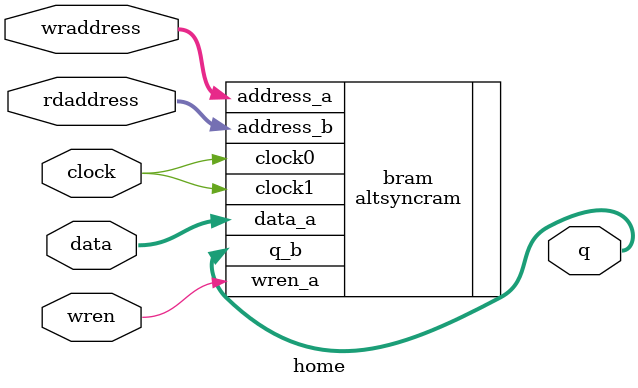
<source format=v>
module home(
    input wire clock,
    input wire [16:0] rdaddress,
    input wire [16:0] wraddress,
    input wire [7:0] data,
    input wire wren,
    output wire [7:0] q
);

// BRAM instantiation
altsyncram #(
    .operation_mode("DUAL_PORT"),
    .width_a(8),              // 8-bit color depth
    .widthad_a(17),           // 17-bit address for sufficient pixel addressing
    .numwords_a(131072),      // Memory depth (adjust as needed)
    .width_b(8),
    .widthad_b(17),
    .numwords_b(131072),
    .lpm_type("altsyncram"),
    .outdata_reg_b("UNREGISTERED"),
    .indata_aclr_a("NONE"),
    .wrcontrol_aclr_a("NONE"),
    .address_aclr_a("NONE"),
    .address_aclr_b("NONE"),
    .outdata_aclr_b("NONE"),
    .intended_device_family("Cyclone V"),
    .init_file("ss.mif")  // Memory initialization file for home page 
) bram (
    .clock0(clock),
	 .clock1(clock),
    .address_a(wraddress),
    .data_a(data),
    .wren_a(wren),
    .address_b(rdaddress),
    .q_b(q)
);

endmodule

</source>
